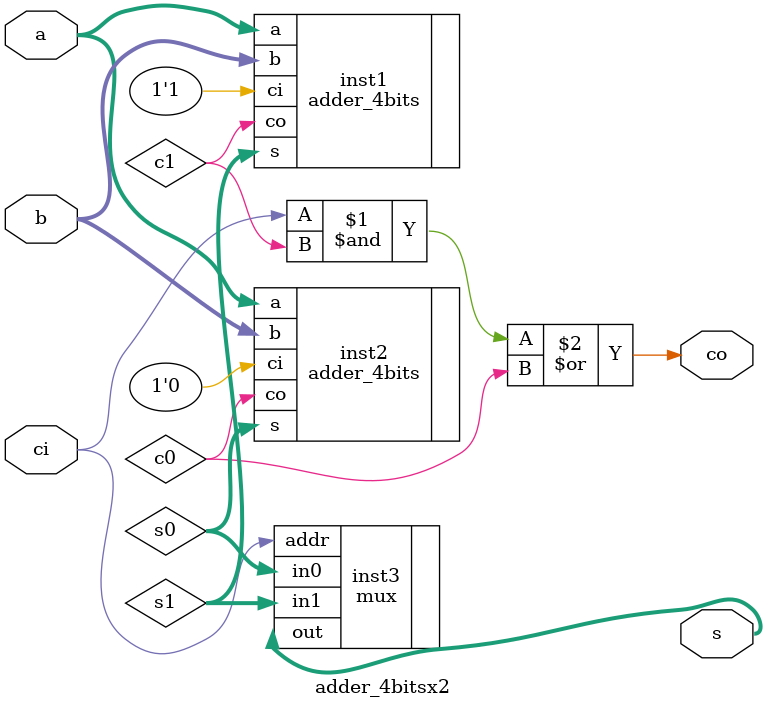
<source format=v>
module adder_4bitsx2(a,b,ci,s,co);//由两个4位超前进位加法器经门电路、MUX组合成的加法结构块
  input [3:0]a,b;
  input ci;
  output [3:0]s;
  output co;
  wire c1,c0;
  wire [3:0]s1,s0;

   adder_4bits inst1(//4位超前进位加法器
    .a(a),
	.b(b),
	.ci(1'b1),
	.s(s1),
	.co(c1));
   adder_4bits inst2(
    .a(a),
	.b(b),
	.ci(1'b0),
	.s(s0),
	.co(c0));
   assign co=(ci&c1)|c0;//输出进位
   mux inst3(//2 to 1 MUX
   .out(s),
   .in0(s0),
   .in1(s1),
   .addr(ci));   
endmodule

</source>
